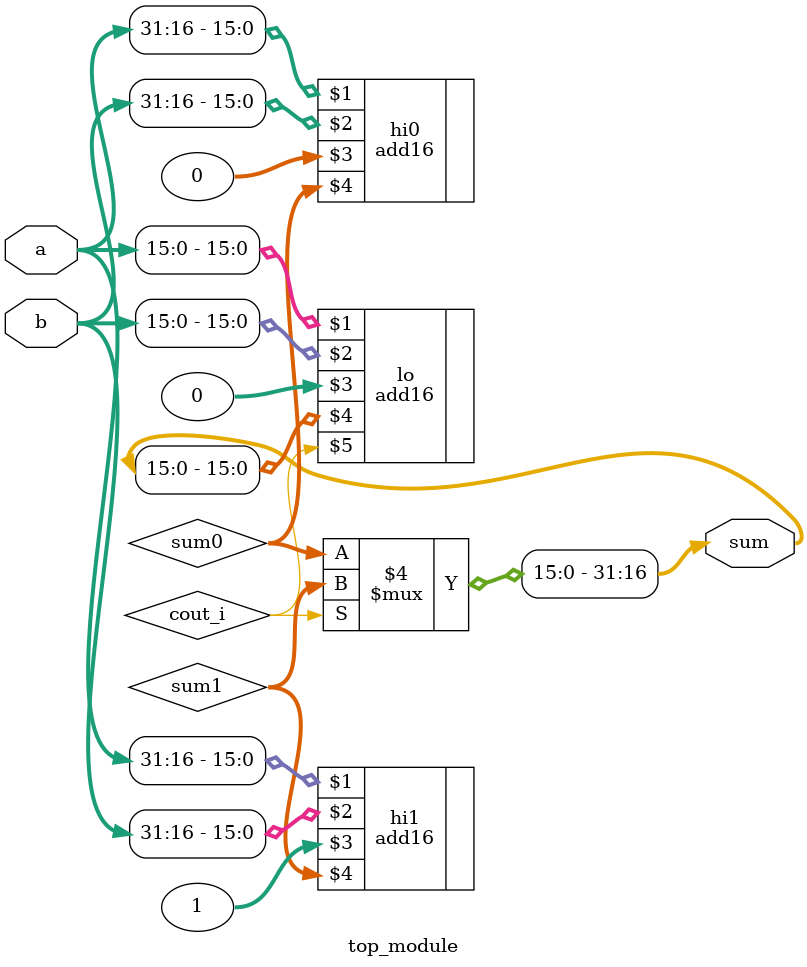
<source format=v>
module top_module(
    input [31:0] a,
    input [31:0] b,
    output [31:0] sum);
    wire cout_i;
    wire [15:0] sum1, sum0;
    add16 hi0(a[31:16], b[31:16], 0, sum0);
    add16 hi1(a[31:16], b[31:16], 1, sum1);
    add16  lo(a[15: 0], b[15: 0], 0, sum[15:0], cout_i);
    assign sum[31:16] = cout_i ? sum1 : sum0;
endmodule

</source>
